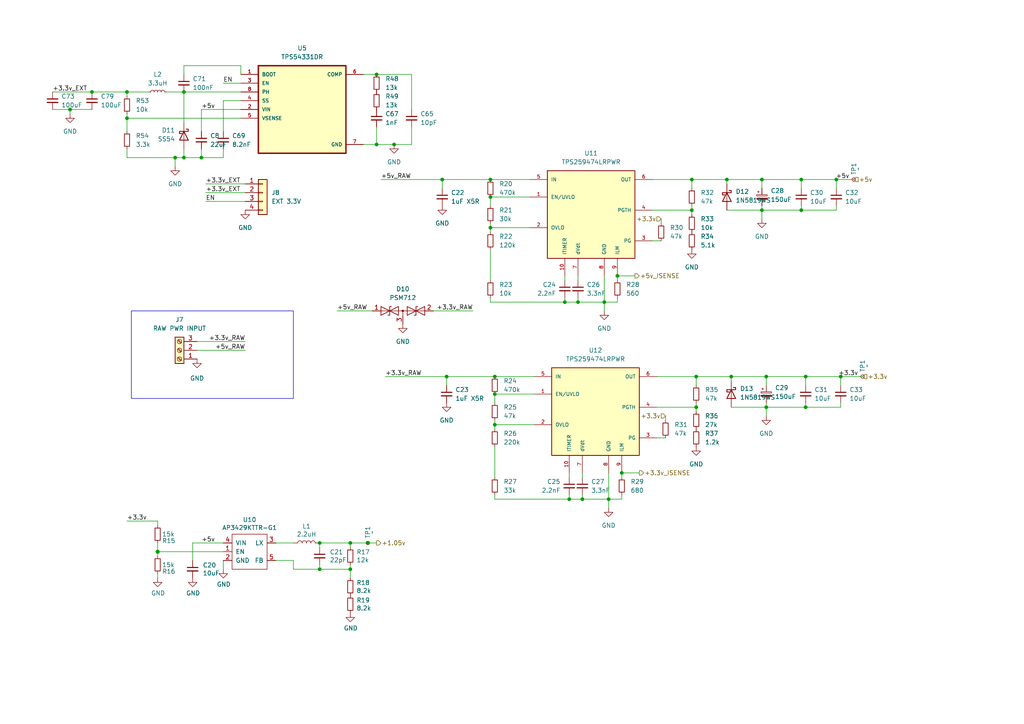
<source format=kicad_sch>
(kicad_sch (version 20230819) (generator eeschema)
  (paper "A4")
  (title_block (title "Carrier Board") (date "2023-12-09") (rev "V3") (company "MUREX Robotics [Byran Huang]") (comment 1 "//DO IT RIGHT,  DO IT MUREX") (comment 2 "// ATTEMPT THE IMPOSSIBLE") (comment 3 "CM4-based ROV (robotics) control board.") (comment 4 "The MUREX Carrier Board is the world's first open-source "))
  (lib_symbols
    (symbol "CM4:AP3429KTTR-G1" (pin_names (offset 1.016))
      (property "Reference" "U" (at -5.08 11.43 0))
      (property "Value" "AP3429KTTR-G1" (at 0 -1.27 0))
      (symbol "AP3429KTTR-G1_0_0"
        (pin input line (at -7.62 5.08 0) (length 2.54) (name "EN") (number "1"))
        (pin power_in line (at -7.62 2.54 0) (length 2.54) (name "GND") (number "2"))
        (pin output line (at 7.62 7.62 180) (length 2.54) (name "LX") (number "3"))
        (pin power_in line (at -7.62 7.62 0) (length 2.54) (name "VIN") (number "4"))
        (pin input line (at 7.62 2.54 180) (length 2.54) (name "FB") (number "5"))
      )
      (symbol "AP3429KTTR-G1_0_1"
        (rectangle (start -5.08 10.16) (end 5.08 0))
      )
    )
    (symbol "Connector:Screw_Terminal_01x03" (pin_names (offset 1.016) hide)
      (property "Reference" "J" (at 0 5.08 0))
      (property "Value" "Screw_Terminal_01x03" (at 0 -5.08 0))
      (symbol "Screw_Terminal_01x03_1_1"
        (rectangle (start -1.27 3.81) (end 1.27 -3.81) (stroke (width 0.254)) (fill (type background)))
        (circle (center 0 -2.54) (radius 0.635) (stroke (width 0.1524)))
        (polyline (pts (xy -0.5334 -2.2098) (xy 0.3302 -3.048)) (stroke (width 0.1524)))
        (polyline (pts (xy -0.5334 0.3302) (xy 0.3302 -0.508)) (stroke (width 0.1524)))
        (polyline (pts (xy -0.5334 2.8702) (xy 0.3302 2.032)) (stroke (width 0.1524)))
        (polyline (pts (xy -0.3556 -2.032) (xy 0.508 -2.8702)) (stroke (width 0.1524)))
        (polyline (pts (xy -0.3556 0.508) (xy 0.508 -0.3302)) (stroke (width 0.1524)))
        (polyline (pts (xy -0.3556 3.048) (xy 0.508 2.2098)) (stroke (width 0.1524)))
        (circle (center 0 0) (radius 0.635) (stroke (width 0.1524)))
        (circle (center 0 2.54) (radius 0.635) (stroke (width 0.1524)))
        (pin passive line (at -5.08 2.54 0) (length 3.81) (name "Pin_1") (number "1"))
        (pin passive line (at -5.08 0 0) (length 3.81) (name "Pin_2") (number "2"))
        (pin passive line (at -5.08 -2.54 0) (length 3.81) (name "Pin_3") (number "3"))
      )
    )
    (symbol "Connector:TestPoint_Small" (pin_numbers hide) (pin_names (offset 0.762) hide)
      (property "Reference" "TP" (at 0 3.81 0))
      (property "Value" "TestPoint_Small" (at 0 2.032 0))
      (symbol "TestPoint_Small_0_1"
        (circle (center 0 0) (radius 0.508))
      )
      (symbol "TestPoint_Small_1_1"
        (pin passive line (at 0 0 90) (length 0) (name "1") (number "1"))
      )
    )
    (symbol "Connector_Generic:Conn_01x04" (pin_names (offset 1.016) hide)
      (property "Reference" "J" (at 0 5.08 0))
      (property "Value" "Conn_01x04" (at 0 -7.62 0))
      (symbol "Conn_01x04_1_1"
        (rectangle (start -1.27 -4.953) (end 0 -5.207) (stroke (width 0.1524)))
        (rectangle (start -1.27 -2.413) (end 0 -2.667) (stroke (width 0.1524)))
        (rectangle (start -1.27 0.127) (end 0 -0.127) (stroke (width 0.1524)))
        (rectangle (start -1.27 2.667) (end 0 2.413) (stroke (width 0.1524)))
        (rectangle (start -1.27 3.81) (end 1.27 -6.35) (stroke (width 0.254)) (fill (type background)))
        (pin passive line (at -5.08 2.54 0) (length 3.81) (name "Pin_1") (number "1"))
        (pin passive line (at -5.08 0 0) (length 3.81) (name "Pin_2") (number "2"))
        (pin passive line (at -5.08 -2.54 0) (length 3.81) (name "Pin_3") (number "3"))
        (pin passive line (at -5.08 -5.08 0) (length 3.81) (name "Pin_4") (number "4"))
      )
    )
    (symbol "Device:C_Polarized_Small" (pin_numbers hide) (pin_names (offset 0.254) hide)
      (property "Reference" "C" (at 0.254 1.778 0))
      (property "Value" "C_Polarized_Small" (at 0.254 -2.032 0))
      (symbol "C_Polarized_Small_0_1"
        (rectangle (start -1.524 -0.3048) (end 1.524 -0.6858) (fill (type outline)))
        (rectangle (start -1.524 0.6858) (end 1.524 0.3048))
        (polyline (pts (xy -1.27 1.524) (xy -0.762 1.524)))
        (polyline (pts (xy -1.016 1.27) (xy -1.016 1.778)))
      )
      (symbol "C_Polarized_Small_1_1"
        (pin passive line (at 0 2.54 270) (length 1.8542) (name "~") (number "1"))
        (pin passive line (at 0 -2.54 90) (length 1.8542) (name "~") (number "2"))
      )
    )
    (symbol "Device:C_Small" (pin_numbers hide) (pin_names (offset 0.254) hide)
      (property "Reference" "C" (at 0.254 1.778 0))
      (property "Value" "C_Small" (at 0.254 -2.032 0))
      (symbol "C_Small_0_1"
        (polyline (pts (xy -1.524 -0.508) (xy 1.524 -0.508)) (stroke (width 0.3302)))
        (polyline (pts (xy -1.524 0.508) (xy 1.524 0.508)) (stroke (width 0.3048)))
      )
      (symbol "C_Small_1_1"
        (pin passive line (at 0 2.54 270) (length 2.032) (name "~") (number "1"))
        (pin passive line (at 0 -2.54 90) (length 2.032) (name "~") (number "2"))
      )
    )
    (symbol "Device:D_Schottky" (pin_numbers hide) (pin_names (offset 1.016) hide)
      (property "Reference" "D" (at 0 2.54 0))
      (property "Value" "D_Schottky" (at 0 -2.54 0))
      (symbol "D_Schottky_0_1"
        (polyline (pts (xy 1.27 0) (xy -1.27 0)))
        (polyline (pts (xy 1.27 1.27) (xy 1.27 -1.27) (xy -1.27 0) (xy 1.27 1.27)) (stroke (width 0.254)))
        (polyline (pts (xy -1.905 0.635) (xy -1.905 1.27) (xy -1.27 1.27) (xy -1.27 -1.27) (xy -0.635 -1.27) (xy -0.635 -0.635)) (stroke (width 0.254)))
      )
      (symbol "D_Schottky_1_1"
        (pin passive line (at -3.81 0 0) (length 2.54) (name "K") (number "1"))
        (pin passive line (at 3.81 0 180) (length 2.54) (name "A") (number "2"))
      )
    )
    (symbol "Device:L" (pin_numbers hide) (pin_names (offset 1.016) hide)
      (property "Reference" "L" (at -1.27 0 90))
      (property "Value" "L" (at 1.905 0 90))
      (symbol "L_0_1"
        (arc (start 0 -2.54) (mid 0.6323 -1.905) (end 0 -1.27))
        (arc (start 0 -1.27) (mid 0.6323 -0.635) (end 0 0))
        (arc (start 0 0) (mid 0.6323 0.635) (end 0 1.27))
        (arc (start 0 1.27) (mid 0.6323 1.905) (end 0 2.54))
      )
      (symbol "L_1_1"
        (pin passive line (at 0 3.81 270) (length 1.27) (name "1") (number "1"))
        (pin passive line (at 0 -3.81 90) (length 1.27) (name "2") (number "2"))
      )
    )
    (symbol "Device:L_Small" (pin_numbers hide) (pin_names (offset 0.254) hide)
      (property "Reference" "L" (at 0.762 1.016 0))
      (property "Value" "L_Small" (at 0.762 -1.016 0))
      (symbol "L_Small_0_1"
        (arc (start 0 -2.032) (mid 0.5058 -1.524) (end 0 -1.016))
        (arc (start 0 -1.016) (mid 0.5058 -0.508) (end 0 0))
        (arc (start 0 0) (mid 0.5058 0.508) (end 0 1.016))
        (arc (start 0 1.016) (mid 0.5058 1.524) (end 0 2.032))
      )
      (symbol "L_Small_1_1"
        (pin passive line (at 0 2.54 270) (length 0.508) (name "~") (number "1"))
        (pin passive line (at 0 -2.54 90) (length 0.508) (name "~") (number "2"))
      )
    )
    (symbol "Device:R_Small" (pin_numbers hide) (pin_names (offset 0.254) hide)
      (property "Reference" "R" (at 0.762 0.508 0))
      (property "Value" "R_Small" (at 0.762 -1.016 0))
      (symbol "R_Small_0_1"
        (rectangle (start -0.762 1.778) (end 0.762 -1.778) (stroke (width 0.2032)))
      )
      (symbol "R_Small_1_1"
        (pin passive line (at 0 2.54 270) (length 0.762) (name "~") (number "1"))
        (pin passive line (at 0 -2.54 90) (length 0.762) (name "~") (number "2"))
      )
    )
    (symbol "Diode:SM712_SOT23" (pin_names (offset 1.016) hide)
      (property "Reference" "D" (at 0 4.445 0))
      (property "Value" "SM712_SOT23" (at 0 2.54 0))
      (symbol "SM712_SOT23_0_0"
        (polyline (pts (xy 0 -1.27) (xy 0 0)))
      )
      (symbol "SM712_SOT23_0_1"
        (polyline (pts (xy -6.35 0) (xy 6.35 0)))
        (polyline (pts (xy -3.302 1.27) (xy -3.81 1.27) (xy -3.81 -1.27) (xy -4.318 -1.27)) (stroke (width 0.2032)))
        (polyline (pts (xy 4.318 1.27) (xy 3.81 1.27) (xy 3.81 -1.27) (xy 3.302 -1.27)) (stroke (width 0.2032)))
        (polyline (pts (xy -6.35 -1.27) (xy -1.27 1.27) (xy -1.27 -1.27) (xy -6.35 1.27) (xy -6.35 -1.27)) (stroke (width 0.2032)))
        (polyline (pts (xy 1.27 -1.27) (xy 1.27 1.27) (xy 6.35 -1.27) (xy 6.35 1.27) (xy 1.27 -1.27)) (stroke (width 0.2032)))
        (circle (center 0 0) (radius 0.254) (fill (type outline)))
      )
      (symbol "SM712_SOT23_1_1"
        (pin passive line (at -8.89 0 0) (length 2.54) (name "A1") (number "1"))
        (pin passive line (at 8.89 0 180) (length 2.54) (name "A2") (number "2"))
        (pin input line (at 0 -3.81 90) (length 2.54) (name "common") (number "3"))
      )
    )
    (symbol "TPS259474ARPWR:TPS259474ARPWR" (pin_names (offset 1.016))
      (property "Reference" "U" (at -12.7 13.462 0))
      (property "Value" "TPS259474ARPWR" (at -12.7 -13.462 0))
      (symbol "TPS259474ARPWR_0_0"
        (rectangle (start -12.7 -12.7) (end 12.7 12.7) (stroke (width 0.254)) (fill (type background)))
        (pin input line (at -17.78 5.08 0) (length 5.08) (name "EN/UVLO") (number "1"))
        (pin output line (at -7.62 -17.78 90) (length 5.08) (name "ITIMER") (number "10"))
        (pin input line (at -17.78 -3.81 0) (length 5.08) (name "OVLO") (number "2"))
        (pin output line (at 17.78 -7.62 180) (length 5.08) (name "PG") (number "3"))
        (pin input line (at 17.78 1.27 180) (length 5.08) (name "PGTH") (number "4"))
        (pin input line (at -17.78 10.16 0) (length 5.08) (name "IN") (number "5"))
        (pin output line (at 17.78 10.16 180) (length 5.08) (name "OUT") (number "6"))
        (pin power_in line (at 3.81 -17.78 90) (length 5.08) (name "GND") (number "8"))
        (pin output line (at 7.62 -17.78 90) (length 5.08) (name "ILM") (number "9"))
      )
      (symbol "TPS259474ARPWR_1_0"
        (pin output line (at -3.81 -17.78 90) (length 5.08) (name "dVdt") (number "7"))
      )
    )
    (symbol "TPS54331:TPS54331DR" (pin_names (offset 1.016))
      (property "Reference" "U" (at -12.7 13.7 0))
      (property "Value" "TPS54331DR" (at -12.7 -16.7 0))
      (symbol "TPS54331DR_0_0"
        (rectangle (start -12.7 -12.7) (end 12.7 12.7) (stroke (width 0.41)) (fill (type background)))
        (pin input line (at -17.78 10.16 0) (length 5.08) (name "BOOT") (number "1"))
        (pin input line (at -17.78 0 0) (length 5.08) (name "VIN") (number "2"))
        (pin input line (at -17.78 7.62 0) (length 5.08) (name "EN") (number "3"))
        (pin input line (at -17.78 2.54 0) (length 5.08) (name "SS") (number "4"))
        (pin input line (at -17.78 -2.54 0) (length 5.08) (name "VSENSE") (number "5"))
        (pin output line (at 17.78 10.16 180) (length 5.08) (name "COMP") (number "6"))
        (pin power_in line (at 17.78 -10.16 180) (length 5.08) (name "GND") (number "7"))
        (pin input line (at -17.78 5.08 0) (length 5.08) (name "PH") (number "8"))
      )
    )
    (symbol "power:GND" (power) (pin_names (offset 0))
      (property "Value" "GND" (at 0 -3.81 0))
      (symbol "GND_0_1"
        (polyline (pts (xy 0 0) (xy 0 -1.27) (xy 1.27 -1.27) (xy 0 -2.54) (xy -1.27 -1.27) (xy 0 -1.27)))
      )
      (symbol "GND_1_1"
        (pin power_in line (at 0 0 270) (length 0) hide (name "GND") (number "1"))
      )
    )
  )
  (junction (at 179.07 80.01))
  (junction (at 143.51 109.22))
  (junction (at 242.57 52.07))
  (junction (at 142.24 66.04))
  (junction (at 233.68 109.22))
  (junction (at 168.91 144.78))
  (junction (at 201.93 118.11))
  (junction (at 142.24 57.15))
  (junction (at 36.83 26.67))
  (junction (at 109.22 41.91))
  (junction (at 243.84 109.22))
  (junction (at 180.34 137.16))
  (junction (at 163.83 87.63))
  (junction (at 128.27 52.07))
  (junction (at 220.98 60.96))
  (junction (at 143.51 114.3))
  (junction (at 201.93 109.22))
  (junction (at 212.09 109.22))
  (junction (at 165.1 144.78))
  (junction (at 233.68 118.11))
  (junction (at 58.42 45.72))
  (junction (at 167.64 87.63))
  (junction (at 210.82 52.07))
  (junction (at 45.72 160.02) (diameter 1.016))
  (junction (at 53.34 26.67))
  (junction (at 101.6 165.1))
  (junction (at 176.53 144.78))
  (junction (at 92.71 157.48))
  (junction (at 222.25 118.11))
  (junction (at 129.54 109.22))
  (junction (at 143.51 123.19))
  (junction (at 222.25 109.22))
  (junction (at 175.26 87.63))
  (junction (at 232.41 52.07))
  (junction (at 109.22 21.59))
  (junction (at 50.8 45.72))
  (junction (at 26.67 26.67))
  (junction (at 36.83 34.29))
  (junction (at 106.68 157.48))
  (junction (at 142.24 52.07))
  (junction (at 92.71 165.1))
  (junction (at 20.32 31.75))
  (junction (at 200.66 60.96))
  (junction (at 232.41 60.96))
  (junction (at 114.3 41.91))
  (junction (at 53.34 45.72))
  (junction (at 220.98 52.07))
  (junction (at 101.6 157.48))
  (junction (at 200.66 52.07))
  (wire (pts (xy 53.34 35.56) (xy 53.34 26.67)))
  (wire (pts (xy 111.76 109.22) (xy 129.54 109.22)))
  (wire (pts (xy 143.51 123.19) (xy 154.94 123.19)))
  (wire (pts (xy 57.15 101.6) (xy 71.12 101.6)))
  (wire (pts (xy 232.41 52.07) (xy 242.57 52.07)))
  (wire (pts (xy 109.22 21.59) (xy 119.38 21.59)))
  (wire (pts (xy 167.64 87.63) (xy 175.26 87.63)))
  (wire (pts (xy 201.93 109.22) (xy 212.09 109.22)))
  (wire (pts (xy 243.84 116.84) (xy 243.84 118.11)))
  (wire (pts (xy 180.34 138.43) (xy 180.34 137.16)))
  (wire (pts (xy 232.41 60.96) (xy 242.57 60.96)))
  (wire (pts (xy 212.09 109.22) (xy 222.25 109.22)))
  (wire (pts (xy 232.41 54.61) (xy 232.41 52.07)))
  (wire (pts (xy 101.6 163.83) (xy 101.6 165.1)))
  (wire (pts (xy 85.09 165.1) (xy 92.71 165.1)))
  (wire (pts (xy 101.6 157.48) (xy 101.6 158.75)))
  (wire (pts (xy 36.83 43.18) (xy 36.83 45.72)))
  (wire (pts (xy 15.24 31.75) (xy 20.32 31.75)))
  (wire (pts (xy 190.5 118.11) (xy 201.93 118.11)))
  (wire (pts (xy 36.83 26.67) (xy 43.18 26.67)))
  (wire (pts (xy 232.41 60.96) (xy 232.41 59.69)))
  (wire (pts (xy 193.04 120.65) (xy 193.04 121.92)))
  (wire (pts (xy 101.6 157.48) (xy 106.68 157.48)))
  (wire (pts (xy 45.72 160.02) (xy 64.77 160.02)))
  (wire (pts (xy 193.04 127) (xy 190.5 127)))
  (wire (pts (xy 69.85 29.21) (xy 64.77 29.21)))
  (wire (pts (xy 97.79 90.17) (xy 107.95 90.17)))
  (wire (pts (xy 243.84 109.22) (xy 243.84 111.76)))
  (wire (pts (xy 53.34 19.05) (xy 69.85 19.05)))
  (wire (pts (xy 64.77 24.13) (xy 69.85 24.13)))
  (wire (pts (xy 45.72 166.37) (xy 45.72 167.64)))
  (wire (pts (xy 222.25 118.11) (xy 222.25 120.65)))
  (wire (pts (xy 45.72 151.13) (xy 45.72 152.4)))
  (wire (pts (xy 165.1 144.78) (xy 165.1 143.51)))
  (wire (pts (xy 92.71 157.48) (xy 92.71 158.75)))
  (wire (pts (xy 20.32 31.75) (xy 26.67 31.75)))
  (wire (pts (xy 53.34 19.05) (xy 53.34 21.59)))
  (wire (pts (xy 20.32 31.75) (xy 20.32 33.02)))
  (wire (pts (xy 80.01 157.48) (xy 85.09 157.48)))
  (wire (pts (xy 220.98 60.96) (xy 232.41 60.96)))
  (wire (pts (xy 142.24 52.07) (xy 153.67 52.07)))
  (wire (pts (xy 143.51 121.92) (xy 143.51 123.19)))
  (wire (pts (xy 142.24 87.63) (xy 163.83 87.63)))
  (wire (pts (xy 163.83 87.63) (xy 163.83 86.36)))
  (wire (pts (xy 143.51 114.3) (xy 154.94 114.3)))
  (wire (pts (xy 143.51 144.78) (xy 143.51 143.51)))
  (wire (pts (xy 176.53 147.32) (xy 176.53 144.78)))
  (wire (pts (xy 201.93 119.38) (xy 201.93 118.11)))
  (wire (pts (xy 200.66 52.07) (xy 210.82 52.07)))
  (wire (pts (xy 210.82 52.07) (xy 220.98 52.07)))
  (wire (pts (xy 58.42 45.72) (xy 58.42 43.18)))
  (wire (pts (xy 53.34 26.67) (xy 69.85 26.67)))
  (wire (pts (xy 189.23 52.07) (xy 200.66 52.07)))
  (wire (pts (xy 175.26 90.17) (xy 175.26 87.63)))
  (wire (pts (xy 190.5 109.22) (xy 201.93 109.22)))
  (wire (pts (xy 64.77 29.21) (xy 64.77 38.1)))
  (wire (pts (xy 168.91 138.43) (xy 168.91 137.16)))
  (wire (pts (xy 142.24 64.77) (xy 142.24 66.04)))
  (wire (pts (xy 179.07 87.63) (xy 179.07 86.36)))
  (wire (pts (xy 220.98 60.96) (xy 220.98 63.5)))
  (wire (pts (xy 69.85 19.05) (xy 69.85 21.59)))
  (wire (pts (xy 15.24 26.67) (xy 26.67 26.67)))
  (wire (pts (xy 142.24 87.63) (xy 142.24 86.36)))
  (wire (pts (xy 243.84 118.11) (xy 233.68 118.11)))
  (wire (pts (xy 110.49 52.07) (xy 128.27 52.07)))
  (wire (pts (xy 200.66 62.23) (xy 200.66 60.96)))
  (wire (pts (xy 167.64 81.28) (xy 167.64 80.01)))
  (wire (pts (xy 50.8 48.26) (xy 50.8 45.72)))
  (wire (pts (xy 45.72 160.02) (xy 45.72 161.29)))
  (wire (pts (xy 200.66 59.69) (xy 200.66 60.96)))
  (wire (pts (xy 222.25 109.22) (xy 222.25 111.76)))
  (wire (pts (xy 129.54 111.76) (xy 129.54 109.22)))
  (wire (pts (xy 210.82 52.07) (xy 210.82 53.34)))
  (wire (pts (xy 53.34 45.72) (xy 53.34 43.18)))
  (wire (pts (xy 201.93 111.76) (xy 201.93 109.22)))
  (wire (pts (xy 58.42 31.75) (xy 69.85 31.75)))
  (wire (pts (xy 105.41 21.59) (xy 109.22 21.59)))
  (wire (pts (xy 119.38 36.83) (xy 119.38 41.91)))
  (wire (pts (xy 142.24 66.04) (xy 142.24 67.31)))
  (wire (pts (xy 165.1 138.43) (xy 165.1 137.16)))
  (wire (pts (xy 175.26 87.63) (xy 179.07 87.63)))
  (wire (pts (xy 80.01 162.56) (xy 85.09 162.56)))
  (wire (pts (xy 64.77 162.56) (xy 64.77 165.1)))
  (wire (pts (xy 191.77 69.85) (xy 189.23 69.85)))
  (wire (pts (xy 36.83 38.1) (xy 36.83 34.29)))
  (wire (pts (xy 191.77 63.5) (xy 191.77 64.77)))
  (wire (pts (xy 59.69 53.34) (xy 71.12 53.34)))
  (wire (pts (xy 242.57 52.07) (xy 247.65 52.07)))
  (wire (pts (xy 128.27 54.61) (xy 128.27 52.07)))
  (wire (pts (xy 220.98 60.96) (xy 220.98 59.69)))
  (wire (pts (xy 210.82 60.96) (xy 220.98 60.96)))
  (wire (pts (xy 109.22 41.91) (xy 114.3 41.91)))
  (wire (pts (xy 176.53 144.78) (xy 180.34 144.78)))
  (wire (pts (xy 58.42 38.1) (xy 58.42 31.75)))
  (wire (pts (xy 101.6 165.1) (xy 101.6 167.64)))
  (wire (pts (xy 129.54 109.22) (xy 143.51 109.22)))
  (wire (pts (xy 201.93 116.84) (xy 201.93 118.11)))
  (wire (pts (xy 143.51 114.3) (xy 143.51 116.84)))
  (wire (pts (xy 50.8 45.72) (xy 53.34 45.72)))
  (wire (pts (xy 165.1 144.78) (xy 168.91 144.78)))
  (wire (pts (xy 233.68 116.84) (xy 233.68 118.11)))
  (wire (pts (xy 212.09 118.11) (xy 222.25 118.11)))
  (wire (pts (xy 85.09 162.56) (xy 85.09 165.1)))
  (wire (pts (xy 92.71 165.1) (xy 101.6 165.1)))
  (wire (pts (xy 36.83 34.29) (xy 69.85 34.29)))
  (wire (pts (xy 106.68 157.48) (xy 109.22 157.48)))
  (wire (pts (xy 53.34 45.72) (xy 58.42 45.72)))
  (wire (pts (xy 55.88 157.48) (xy 64.77 157.48)))
  (wire (pts (xy 92.71 157.48) (xy 101.6 157.48)))
  (wire (pts (xy 55.88 157.48) (xy 55.88 162.56)))
  (wire (pts (xy 109.22 36.83) (xy 109.22 41.91)))
  (wire (pts (xy 212.09 109.22) (xy 212.09 110.49)))
  (wire (pts (xy 179.07 80.01) (xy 184.15 80.01)))
  (wire (pts (xy 36.83 33.02) (xy 36.83 34.29)))
  (wire (pts (xy 143.51 123.19) (xy 143.51 124.46)))
  (wire (pts (xy 189.23 60.96) (xy 200.66 60.96)))
  (wire (pts (xy 233.68 109.22) (xy 243.84 109.22)))
  (wire (pts (xy 179.07 81.28) (xy 179.07 80.01)))
  (wire (pts (xy 143.51 129.54) (xy 143.51 138.43)))
  (wire (pts (xy 36.83 27.94) (xy 36.83 26.67)))
  (wire (pts (xy 243.84 109.22) (xy 250.19 109.22)))
  (wire (pts (xy 57.15 99.06) (xy 71.12 99.06)))
  (wire (pts (xy 163.83 81.28) (xy 163.83 80.01)))
  (wire (pts (xy 142.24 57.15) (xy 153.67 57.15)))
  (wire (pts (xy 143.51 144.78) (xy 165.1 144.78)))
  (wire (pts (xy 222.25 109.22) (xy 233.68 109.22)))
  (wire (pts (xy 125.73 90.17) (xy 137.16 90.17)))
  (wire (pts (xy 142.24 57.15) (xy 142.24 59.69)))
  (wire (pts (xy 114.3 41.91) (xy 119.38 41.91)))
  (wire (pts (xy 242.57 52.07) (xy 242.57 54.61)))
  (wire (pts (xy 105.41 41.91) (xy 109.22 41.91)))
  (wire (pts (xy 36.83 151.13) (xy 45.72 151.13)))
  (wire (pts (xy 180.34 144.78) (xy 180.34 143.51)))
  (wire (pts (xy 167.64 87.63) (xy 167.64 86.36)))
  (wire (pts (xy 48.26 26.67) (xy 53.34 26.67)))
  (wire (pts (xy 142.24 66.04) (xy 153.67 66.04)))
  (wire (pts (xy 175.26 80.01) (xy 175.26 87.63)))
  (wire (pts (xy 222.25 118.11) (xy 222.25 116.84)))
  (wire (pts (xy 59.69 55.88) (xy 71.12 55.88)))
  (wire (pts (xy 168.91 144.78) (xy 176.53 144.78)))
  (wire (pts (xy 180.34 137.16) (xy 185.42 137.16)))
  (wire (pts (xy 119.38 21.59) (xy 119.38 31.75)))
  (wire (pts (xy 176.53 137.16) (xy 176.53 144.78)))
  (wire (pts (xy 36.83 45.72) (xy 50.8 45.72)))
  (wire (pts (xy 163.83 87.63) (xy 167.64 87.63)))
  (wire (pts (xy 92.71 163.83) (xy 92.71 165.1)))
  (wire (pts (xy 128.27 52.07) (xy 142.24 52.07)))
  (wire (pts (xy 233.68 118.11) (xy 222.25 118.11)))
  (wire (pts (xy 45.72 157.48) (xy 45.72 160.02)))
  (wire (pts (xy 242.57 59.69) (xy 242.57 60.96)))
  (wire (pts (xy 64.77 45.72) (xy 64.77 43.18)))
  (wire (pts (xy 143.51 109.22) (xy 154.94 109.22)))
  (wire (pts (xy 233.68 109.22) (xy 233.68 111.76)))
  (wire (pts (xy 58.42 45.72) (xy 64.77 45.72)))
  (wire (pts (xy 142.24 72.39) (xy 142.24 81.28)))
  (wire (pts (xy 200.66 54.61) (xy 200.66 52.07)))
  (wire (pts (xy 26.67 26.67) (xy 36.83 26.67)))
  (wire (pts (xy 168.91 144.78) (xy 168.91 143.51)))
  (wire (pts (xy 220.98 52.07) (xy 232.41 52.07)))
  (wire (pts (xy 220.98 52.07) (xy 220.98 54.61)))
  (wire (pts (xy 59.69 58.42) (xy 71.12 58.42)))
  (rectangle (start 38.1 90.17) (end 85.09 115.57))
  (label "+3.3v" (at 248.92 109.22 180))
  (label "+5v" (at 246.38 52.07 180))
  (label "+3.3v_EXT" (at 59.69 55.88 0))
  (label "+5v_RAW" (at 110.49 52.07 0))
  (label "+3.3v_RAW" (at 137.16 90.17 180))
  (label "+5v_RAW" (at 97.79 90.17 0))
  (label "+5v" (at 58.42 157.48 0))
  (label "+5v_RAW" (at 71.12 101.6 180))
  (label "+3.3v_EXT" (at 15.24 26.67 0))
  (label "+5v" (at 58.42 31.75 0))
  (label "+3.3v" (at 36.83 151.13 0))
  (label "+3.3v_RAW" (at 111.76 109.22 0))
  (label "EN" (at 59.69 58.42 0))
  (label "EN" (at 64.77 24.13 0))
  (label "+3.3v_EXT" (at 59.69 53.34 0))
  (label "+3.3v_RAW" (at 71.12 99.06 180))
  (hierarchical_label "+5v" (shape input) (at 247.65 52.07 0))
  (hierarchical_label "+3.3v" (shape input) (at 193.04 120.65 180))
  (hierarchical_label "+1.05v" (shape output) (at 109.22 157.48 0))
  (hierarchical_label "+3.3v" (shape input) (at 191.77 63.5 180))
  (hierarchical_label "+5v_ISENSE" (shape output) (at 184.15 80.01 0))
  (hierarchical_label "+3.3v" (shape input) (at 250.19 109.22 0))
  (hierarchical_label "+3.3v_ISENSE" (shape output) (at 185.42 137.16 0))
  (symbol (lib_id "Device:L_Small") (at 45.72 26.67 90) (unit 1)
    (property "Reference" "L2" (at 45.72 21.59 90))
    (property "Value" "3.3uH" (at 45.72 24.13 90))
    (property "Footprint" "Inductor_SMD:L_Vishay_IHLP-1616" (effects hide))
    (property "Description" "Inductor, small symbol" (effects hide))
  )
  (symbol (lib_id "Device:R_Small") (at 200.66 64.77 0) (unit 1)
    (property "Reference" "R33" (at 203.2 63.4999 0) (effects (justify left)))
    (property "Value" "10k" (at 203.2 66.0399 0) (effects (justify left)))
    (property "Footprint" "Resistor_SMD:R_0402_1005Metric" (effects hide))
    (property "Description" "Resistor, small symbol" (effects hide))
  )
  (symbol (lib_id "TPS54331:TPS54331DR") (at 87.63 31.75 0) (unit 1)
    (property "Reference" "U5" (at 87.63 13.97 0))
    (property "Value" "TPS54331DR" (at 87.63 16.51 0))
    (property "Footprint" "TPS54331DR:SOIC127P599X175-8N" (effects hide))
    (property "MF" "Texas Instruments" (effects hide))
    (property "Description_1" "\n3.5V to 28V Input, 3A, 570kHz Step-Down Converter with Eco-mode\n" (effects hide))
    (property "Package" "SOIC-8 Texas Instruments" (effects hide))
    (property "Price" "None" (effects hide))
    (property "SnapEDA_Link" "https://www.snapeda.com/parts/TPS54331DR/Texas+Instruments/view-part/?ref=snap" (effects hide))
    (property "MP" "TPS54331DR" (effects hide))
    (property "Purchase-URL" "https://www.snapeda.com/api/url_track_click_mouser/?unipart_id=490779&manufacturer=Texas Instruments&part_name=TPS54331DR&search_term=tps54331dr" (effects hide))
    (property "Availability" "In Stock" (effects hide))
    (property "Check_prices" "https://www.snapeda.com/parts/TPS54331DR/Texas+Instruments/view-part/?ref=eda" (effects hide))
  )
  (symbol (lib_id "Device:R_Small") (at 45.72 154.94 0) (unit 1)
    (property "Reference" "R15" (at 46.99 156.845 0) (effects (justify left)))
    (property "Value" "15k" (at 46.99 154.94 0) (effects (justify left)))
    (property "Footprint" "Resistor_SMD:R_0402_1005Metric" (effects hide))
    (property "Description" "Resistor, small symbol" (effects hide))
    (property "Field4" "Farnell" (effects hide))
    (property "Field5" "9239375" (effects hide))
    (property "Field6" "MCR01MZPF1502" (effects hide))
    (property "Field7" "Rohm" (effects hide))
    (property "Part Description" "Resistor 15K M1005 1% 63mW" (effects hide))
    (property "Field8" "120891581" (effects hide))
    (instances (project "carrier" (path "" (reference "R15") (unit 1))) (project "CM4IOUSB3" (path "" (reference "R12") (unit 1))))
  )
  (symbol (lib_id "Device:C_Small") (at 167.64 83.82 0) (unit 1)
    (property "Reference" "C26" (at 170.18 82.5562 0) (effects (justify left)))
    (property "Value" "3.3nF" (at 170.18 85.0962 0) (effects (justify left)))
    (property "Footprint" "Capacitor_SMD:C_0603_1608Metric" (effects hide))
    (property "Description" "Unpolarized capacitor, small symbol" (effects hide))
  )
  (symbol (lib_id "Device:R_Small") (at 142.24 62.23 0) (unit 1)
    (property "Reference" "R21" (at 144.78 60.9599 0) (effects (justify left)))
    (property "Value" "30k" (at 144.78 63.4999 0) (effects (justify left)))
    (property "Footprint" "Resistor_SMD:R_0603_1608Metric" (effects hide))
    (property "Description" "Resistor, small symbol" (effects hide))
  )
  (symbol (lib_id "Device:R_Small") (at 143.51 119.38 0) (unit 1)
    (property "Reference" "R25" (at 146.05 118.1099 0) (effects (justify left)))
    (property "Value" "47k" (at 146.05 120.6499 0) (effects (justify left)))
    (property "Footprint" "Resistor_SMD:R_0402_1005Metric" (effects hide))
    (property "Description" "Resistor, small symbol" (effects hide))
  )
  (symbol (lib_id "power:GND") (at 128.27 59.69 0) (unit 1)
    (property "Reference" "#PWR047" (effects hide))
    (property "Value" "GND" (at 128.27 64.77 0))
    (property "Description" "Power symbol creates a global label with name \"GND\" , ground" (effects hide))
  )
  (symbol (lib_id "Device:R_Small") (at 142.24 69.85 0) (unit 1)
    (property "Reference" "R22" (at 144.78 68.5799 0) (effects (justify left)))
    (property "Value" "120k" (at 144.78 71.1199 0) (effects (justify left)))
    (property "Footprint" "Resistor_SMD:R_0603_1608Metric" (effects hide))
    (property "Description" "Resistor, small symbol" (effects hide))
  )
  (symbol (lib_id "power:GND") (at 200.66 72.39 0) (unit 1)
    (property "Reference" "#PWR051" (effects hide))
    (property "Value" "GND" (at 200.66 77.47 0))
    (property "Description" "Power symbol creates a global label with name \"GND\" , ground" (effects hide))
  )
  (symbol (lib_id "Device:D_Schottky") (at 53.34 39.37 270) (unit 1)
    (property "Reference" "D11" (at 50.8 37.7824 90) (effects (justify right)))
    (property "Value" "SS54" (at 50.8 40.3224 90) (effects (justify right)))
    (property "Footprint" "Diode_SMD:D_SMA" (effects hide))
    (property "Description" "Schottky diode" (effects hide))
  )
  (symbol (lib_id "power:GND") (at 175.26 90.17 0) (unit 1)
    (property "Reference" "#PWR049" (effects hide))
    (property "Value" "GND" (at 175.26 95.25 0))
    (property "Description" "Power symbol creates a global label with name \"GND\" , ground" (effects hide))
  )
  (symbol (lib_id "power:GND") (at 55.88 167.64 0) (unit 1)
    (property "Reference" "#PWR044" (effects hide))
    (property "Value" "GND" (at 56.007 172.0342 0))
    (instances (project "carrier" (path "" (reference "#PWR044") (unit 1))) (project "CM4IOUSB3" (path "" (reference "#PWR0121") (unit 1))))
  )
  (symbol (lib_id "Device:D_Schottky") (at 212.09 114.3 270) (unit 1)
    (property "Reference" "D13" (at 214.63 112.7124 90) (effects (justify left)))
    (property "Value" "1N5819WS" (at 214.63 115.2524 90) (effects (justify left)))
    (property "Footprint" "Diode_SMD:D_SOD-323" (effects hide))
    (property "Description" "Schottky diode" (effects hide))
  )
  (symbol (lib_id "Device:R_Small") (at 191.77 67.31 0) (unit 1)
    (property "Reference" "R30" (at 194.31 66.0399 0) (effects (justify left)))
    (property "Value" "47k" (at 194.31 68.5799 0) (effects (justify left)))
    (property "Footprint" "Resistor_SMD:R_0402_1005Metric" (effects hide))
    (property "Description" "Resistor, small symbol" (effects hide))
  )
  (symbol (lib_id "Device:D_Schottky") (at 210.82 57.15 270) (unit 1)
    (property "Reference" "D12" (at 213.36 55.5624 90) (effects (justify left)))
    (property "Value" "1N5819WS" (at 213.36 58.1024 90) (effects (justify left)))
    (property "Footprint" "Diode_SMD:D_SOD-323" (effects hide))
    (property "Description" "Schottky diode" (effects hide))
  )
  (symbol (lib_id "Device:R_Small") (at 109.22 24.13 0) (unit 1)
    (property "Reference" "R48" (at 111.76 22.8599 0) (effects (justify left)))
    (property "Value" "13k" (at 111.76 25.3999 0) (effects (justify left)))
    (property "Footprint" "Resistor_SMD:R_0603_1608Metric" (effects hide))
    (property "Description" "Resistor, small symbol" (effects hide))
  )
  (symbol (lib_id "Diode:SM712_SOT23") (at 116.84 90.17 0) (unit 1)
    (property "Reference" "D10" (at 116.84 83.82 0))
    (property "Value" "PSM712" (at 116.84 86.36 0))
    (property "Footprint" "Package_TO_SOT_SMD:SOT-23" (effects hide))
    (property "Datasheet" "https://www.littelfuse.com/~/media/electronics/datasheets/tvs_diode_arrays/littelfuse_tvs_diode_array_sm712_datasheet.pdf.pdf" (effects hide))
    (property "Description" "7V/12V, 600W Asymmetrical TVS Diode Array, SOT-23" (effects hide))
  )
  (symbol (lib_id "Device:R_Small") (at 201.93 114.3 0) (unit 1)
    (property "Reference" "R35" (at 204.47 113.0299 0) (effects (justify left)))
    (property "Value" "47k" (at 204.47 115.5699 0) (effects (justify left)))
    (property "Footprint" "Resistor_SMD:R_0402_1005Metric" (effects hide))
    (property "Description" "Resistor, small symbol" (effects hide))
  )
  (symbol (lib_id "power:GND") (at 114.3 41.91 0) (unit 1)
    (property "Reference" "#PWR072" (effects hide))
    (property "Value" "GND" (at 114.3 46.99 0))
    (property "Description" "Power symbol creates a global label with name \"GND\" , ground" (effects hide))
  )
  (symbol (lib_id "Device:L") (at 88.9 157.48 90) (unit 1)
    (property "Reference" "L1" (at 88.9 152.654 90))
    (property "Value" "2.2uH" (at 88.9 154.9654 90))
    (property "Footprint" "Inductor_SMD:L_1008_2520Metric" (effects hide))
    (property "Datasheet" "https://www.bourns.com/data/global/pdfs/SRN2512.pdf" (effects hide))
    (property "Field6" "SRN2512-2R2M" (effects hide))
    (property "Field7" "Bourns" (effects hide))
    (property "Part Description" "Inductor, SMT, 2520, 2u2, IRMS=2.3A, ISAT=2.7A, DCR=0.102R" (effects hide))
    (instances (project "carrier" (path "" (reference "L1") (unit 1))) (project "CM4IOUSB3" (path "" (reference "L2") (unit 1))))
  )
  (symbol (lib_id "power:GND") (at 57.15 104.14 0) (unit 1)
    (property "Reference" "#PWR043" (effects hide))
    (property "Value" "GND" (at 57.15 109.728 0))
  )
  (symbol (lib_id "Device:R_Small") (at 36.83 30.48 0) (unit 1)
    (property "Reference" "R53" (at 39.37 29.2099 0) (effects (justify left)))
    (property "Value" "10k" (at 39.37 31.7499 0) (effects (justify left)))
    (property "Footprint" "Resistor_SMD:R_0402_1005Metric" (effects hide))
    (property "Description" "Resistor, small symbol" (effects hide))
  )
  (symbol (lib_id "TPS259474ARPWR:TPS259474ARPWR") (at 172.72 119.38 0) (unit 1)
    (property "Reference" "U12" (at 172.72 101.6 0))
    (property "Value" "TPS259474LRPWR" (at 172.72 104.14 0))
    (property "Footprint" "TPS259474:TPS259474" (effects hide))
    (property "DigiKey_Part_Number" "296-TPS259474ARPWRTR-ND" (effects hide))
    (property "MF" "Texas Instruments" (effects hide))
    (property "MAXIMUM_PACKAGE_HEIGHT" "1.0 mm" (effects hide))
    (property "Package" "VFQFN-10 Texas Instruments" (effects hide))
    (property "Check_prices" "https://www.snapeda.com/parts/TPS259474ARPWR/Texas+Instruments/view-part/?ref=eda" (effects hide))
    (property "STANDARD" "Manufacturer Recommendations" (effects hide))
    (property "PARTREV" "A" (effects hide))
    (property "SnapEDA_Link" "https://www.snapeda.com/parts/TPS259474ARPWR/Texas+Instruments/view-part/?ref=snap" (effects hide))
    (property "MP" "TPS259474ARPWR" (effects hide))
    (property "Purchase-URL" "https://www.snapeda.com/api/url_track_click_mouser/?unipart_id=5832748&manufacturer=Texas Instruments&part_name=TPS259474ARPWR&search_term=tps25947" (effects hide))
    (property "Description_1" "\n2.7-V to 23-V, 28-mΩ, 5.5-A eFuse with integrated reverse polarity protection\n" (effects hide))
    (property "MANUFACTURER" "Texas Instruments" (effects hide))
  )
  (symbol (lib_id "Device:R_Small") (at 109.22 29.21 0) (unit 1)
    (property "Reference" "R49" (at 111.76 27.9399 0) (effects (justify left)))
    (property "Value" "13k" (at 111.76 30.4799 0) (effects (justify left)))
    (property "Footprint" "Resistor_SMD:R_0603_1608Metric" (effects hide))
    (property "Description" "Resistor, small symbol" (effects hide))
  )
  (symbol (lib_id "Device:R_Small") (at 200.66 69.85 0) (unit 1)
    (property "Reference" "R34" (at 203.2 68.5799 0) (effects (justify left)))
    (property "Value" "5.1k" (at 203.2 71.1199 0) (effects (justify left)))
    (property "Footprint" "Resistor_SMD:R_0402_1005Metric" (effects hide))
    (property "Description" "Resistor, small symbol" (effects hide))
  )
  (symbol (lib_id "Device:R_Small") (at 143.51 111.76 0) (unit 1)
    (property "Reference" "R24" (at 146.05 110.4899 0) (effects (justify left)))
    (property "Value" "470k" (at 146.05 113.0299 0) (effects (justify left)))
    (property "Footprint" "Resistor_SMD:R_0603_1608Metric" (effects hide))
    (property "Description" "Resistor, small symbol" (effects hide))
  )
  (symbol (lib_id "Device:C_Small") (at 26.67 29.21 0) (unit 1)
    (property "Reference" "C79" (at 29.21 27.9462 0) (effects (justify left)))
    (property "Value" "100uF" (at 29.21 30.4862 0) (effects (justify left)))
    (property "Footprint" "Capacitor_SMD:C_1206_3216Metric" (effects hide))
    (property "Description" "Unpolarized capacitor, small symbol" (effects hide))
  )
  (symbol (lib_id "Connector:Screw_Terminal_01x03") (at 52.07 101.6 180) (unit 1)
    (property "Reference" "J7" (at 52.07 92.71 0))
    (property "Value" "RAW PWR INPUT" (at 52.07 95.25 0))
    (property "Footprint" "TerminalBlock:TerminalBlock_bornier-3_P5.08mm" (effects hide))
    (property "Description" "Generic screw terminal, single row, 01x03, script generated (kicad-library-utils/schlib/autogen/connector/)" (effects hide))
  )
  (symbol (lib_id "power:GND") (at 50.8 48.26 0) (unit 1)
    (property "Reference" "#PWR036" (effects hide))
    (property "Value" "GND" (at 50.8 53.34 0))
    (property "Description" "Power symbol creates a global label with name \"GND\" , ground" (effects hide))
  )
  (symbol (lib_id "Device:C_Small") (at 15.24 29.21 0) (unit 1)
    (property "Reference" "C73" (at 17.78 27.9462 0) (effects (justify left)))
    (property "Value" "100uF" (at 17.78 30.4862 0) (effects (justify left)))
    (property "Footprint" "Capacitor_SMD:C_1206_3216Metric" (effects hide))
    (property "Description" "Unpolarized capacitor, small symbol" (effects hide))
  )
  (symbol (lib_id "Connector:TestPoint_Small") (at 106.68 157.48 90) (unit 1)
    (property "Reference" "TP1" (at 106.68 156.21 0) (effects (justify left)))
    (property "Value" "~" (at 107.95 154.94 0) (effects (justify left)))
    (property "Footprint" "TestPoint:TestPoint_Pad_D1.5mm" (effects hide))
    (instances (project "carrier" (path "" (reference "TP1") (unit 1)) (path "" (reference "TP9") (unit 1))))
  )
  (symbol (lib_id "Device:R_Small") (at 142.24 83.82 0) (unit 1)
    (property "Reference" "R23" (at 144.78 82.5499 0) (effects (justify left)))
    (property "Value" "10k" (at 144.78 85.0899 0) (effects (justify left)))
    (property "Footprint" "Resistor_SMD:R_0402_1005Metric" (effects hide))
    (property "Description" "Resistor, small symbol" (effects hide))
  )
  (symbol (lib_id "power:GND") (at 45.72 167.64 0) (unit 1)
    (property "Reference" "#PWR042" (effects hide))
    (property "Value" "GND" (at 45.847 172.0342 0))
    (instances (project "carrier" (path "" (reference "#PWR042") (unit 1))) (project "CM4IOUSB3" (path "" (reference "#PWR04") (unit 1))))
  )
  (symbol (lib_id "Device:C_Small") (at 233.68 114.3 0) (unit 1)
    (property "Reference" "C31" (at 236.22 113.0362 0) (effects (justify left)))
    (property "Value" "10uF" (at 236.22 115.5762 0) (effects (justify left)))
    (property "Footprint" "Capacitor_SMD:C_0402_1005Metric" (effects hide))
    (property "Description" "Unpolarized capacitor, small symbol" (effects hide))
  )
  (symbol (lib_id "power:GND") (at 222.25 120.65 0) (unit 1)
    (property "Reference" "#PWR054" (effects hide))
    (property "Value" "GND" (at 222.25 125.73 0))
    (property "Description" "Power symbol creates a global label with name \"GND\" , ground" (effects hide))
  )
  (symbol (lib_id "Device:R_Small") (at 201.93 121.92 0) (unit 1)
    (property "Reference" "R36" (at 204.47 120.6499 0) (effects (justify left)))
    (property "Value" "27k" (at 204.47 123.1899 0) (effects (justify left)))
    (property "Footprint" "Resistor_SMD:R_0603_1608Metric" (effects hide))
    (property "Description" "Resistor, small symbol" (effects hide))
  )
  (symbol (lib_id "Device:C_Small") (at 92.71 161.29 0) (unit 1)
    (property "Reference" "C21" (at 95.631 160.1216 0) (effects (justify left)))
    (property "Value" "22pF" (at 95.631 162.433 0) (effects (justify left)))
    (property "Footprint" "Capacitor_SMD:C_0402_1005Metric" (effects hide))
    (property "Description" "Unpolarized capacitor, small symbol" (effects hide))
    (instances (project "carrier" (path "" (reference "C21") (unit 1))) (project "CM4IOUSB3" (path "" (reference "C15") (unit 1))))
  )
  (symbol (lib_id "Device:R_Small") (at 193.04 124.46 0) (unit 1)
    (property "Reference" "R31" (at 195.58 123.1899 0) (effects (justify left)))
    (property "Value" "47k" (at 195.58 125.7299 0) (effects (justify left)))
    (property "Footprint" "Resistor_SMD:R_0402_1005Metric" (effects hide))
    (property "Description" "Resistor, small symbol" (effects hide))
  )
  (symbol (lib_id "power:GND") (at 71.12 60.96 0) (unit 1)
    (property "Reference" "#PWR074" (effects hide))
    (property "Value" "GND" (at 71.12 66.04 0))
    (property "Description" "Power symbol creates a global label with name \"GND\" , ground" (effects hide))
  )
  (symbol (lib_id "Device:C_Small") (at 165.1 140.97 0) (unit 1)
    (property "Reference" "C25" (at 162.56 139.7062 0) (effects (justify right)))
    (property "Value" "2.2nF" (at 162.56 142.2462 0) (effects (justify right)))
    (property "Footprint" "Capacitor_SMD:C_0603_1608Metric" (effects hide))
    (property "Description" "Unpolarized capacitor, small symbol" (effects hide))
  )
  (symbol (lib_id "Device:R_Small") (at 101.6 170.18 0) (unit 1)
    (property "Reference" "R18" (at 103.378 169.0116 0) (effects (justify left)))
    (property "Value" "8.2k" (at 103.378 171.323 0) (effects (justify left)))
    (property "Footprint" "Resistor_SMD:R_0603_1608Metric" (effects hide))
    (property "Description" "Resistor, small symbol" (effects hide))
    (property "Field4" "Farnell" (effects hide))
    (property "Field6" "MCR01MZPF1602" (effects hide))
    (property "Field7" "Rohm" (effects hide))
    (property "Part Description" "Resistor 16K M1005 1% 63mW" (effects hide))
    (instances (project "carrier" (path "" (reference "R18") (unit 1))) (project "CM4IOUSB3" (path "" (reference "R22") (unit 1))))
  )
  (symbol (lib_id "Device:C_Small") (at 163.83 83.82 0) (unit 1)
    (property "Reference" "C24" (at 161.29 82.5562 0) (effects (justify right)))
    (property "Value" "2.2nF" (at 161.29 85.0962 0) (effects (justify right)))
    (property "Footprint" "Capacitor_SMD:C_0603_1608Metric" (effects hide))
    (property "Description" "Unpolarized capacitor, small symbol" (effects hide))
  )
  (symbol (lib_id "power:GND") (at 20.32 33.02 0) (unit 1)
    (property "Reference" "#PWR063" (effects hide))
    (property "Value" "GND" (at 20.32 38.1 0))
    (property "Description" "Power symbol creates a global label with name \"GND\" , ground" (effects hide))
  )
  (symbol (lib_id "Device:C_Small") (at 53.34 24.13 0) (unit 1)
    (property "Reference" "C71" (at 55.88 22.8662 0) (effects (justify left)))
    (property "Value" "100nF" (at 55.88 25.4062 0) (effects (justify left)))
    (property "Footprint" "Capacitor_SMD:C_0402_1005Metric" (effects hide))
    (property "Description" "Unpolarized capacitor, small symbol" (effects hide))
  )
  (symbol (lib_id "Device:C_Small") (at 128.27 57.15 0) (unit 1)
    (property "Reference" "C22" (at 130.81 55.8862 0) (effects (justify left)))
    (property "Value" "1uF X5R" (at 130.81 58.4262 0) (effects (justify left)))
    (property "Footprint" "Capacitor_SMD:C_0402_1005Metric" (effects hide))
    (property "Description" "Unpolarized capacitor, small symbol" (effects hide))
  )
  (symbol (lib_id "Device:C_Small") (at 109.22 34.29 0) (unit 1)
    (property "Reference" "C67" (at 111.76 33.0262 0) (effects (justify left)))
    (property "Value" "1nF" (at 111.76 35.5662 0) (effects (justify left)))
    (property "Footprint" "Capacitor_SMD:C_0402_1005Metric" (effects hide))
    (property "Description" "Unpolarized capacitor, small symbol" (effects hide))
  )
  (symbol (lib_id "TPS259474ARPWR:TPS259474ARPWR") (at 171.45 62.23 0) (unit 1)
    (property "Reference" "U11" (at 171.45 44.45 0))
    (property "Value" "TPS259474LRPWR" (at 171.45 46.99 0))
    (property "Footprint" "TPS259474:TPS259474" (effects hide))
    (property "DigiKey_Part_Number" "296-TPS259474ARPWRTR-ND" (effects hide))
    (property "MF" "Texas Instruments" (effects hide))
    (property "MAXIMUM_PACKAGE_HEIGHT" "1.0 mm" (effects hide))
    (property "Package" "VFQFN-10 Texas Instruments" (effects hide))
    (property "Check_prices" "https://www.snapeda.com/parts/TPS259474ARPWR/Texas+Instruments/view-part/?ref=eda" (effects hide))
    (property "STANDARD" "Manufacturer Recommendations" (effects hide))
    (property "PARTREV" "A" (effects hide))
    (property "SnapEDA_Link" "https://www.snapeda.com/parts/TPS259474ARPWR/Texas+Instruments/view-part/?ref=snap" (effects hide))
    (property "MP" "TPS259474ARPWR" (effects hide))
    (property "Purchase-URL" "https://www.snapeda.com/api/url_track_click_mouser/?unipart_id=5832748&manufacturer=Texas Instruments&part_name=TPS259474ARPWR&search_term=tps25947" (effects hide))
    (property "Description_1" "\n2.7-V to 23-V, 28-mΩ, 5.5-A eFuse with integrated reverse polarity protection\n" (effects hide))
    (property "MANUFACTURER" "Texas Instruments" (effects hide))
  )
  (symbol (lib_id "Device:C_Polarized_Small") (at 220.98 57.15 0) (unit 1)
    (property "Reference" "C28" (at 223.52 55.3338 0) (effects (justify left)))
    (property "Value" "150uF" (at 223.52 57.8738 0) (effects (justify left)))
    (property "Footprint" "Capacitor_SMD:CP_Elec_6.3x7.7" (effects hide))
    (property "Description" "Polarized capacitor, small symbol" (effects hide))
  )
  (symbol (lib_id "Device:R_Small") (at 36.83 40.64 0) (unit 1)
    (property "Reference" "R54" (at 39.37 39.3699 0) (effects (justify left)))
    (property "Value" "3.3k" (at 39.37 41.9099 0) (effects (justify left)))
    (property "Footprint" "Resistor_SMD:R_0402_1005Metric" (effects hide))
    (property "Description" "Resistor, small symbol" (effects hide))
  )
  (symbol (lib_id "power:GND") (at 176.53 147.32 0) (unit 1)
    (property "Reference" "#PWR050" (effects hide))
    (property "Value" "GND" (at 176.53 152.4 0))
    (property "Description" "Power symbol creates a global label with name \"GND\" , ground" (effects hide))
  )
  (symbol (lib_id "Device:C_Small") (at 168.91 140.97 0) (unit 1)
    (property "Reference" "C27" (at 171.45 139.7062 0) (effects (justify left)))
    (property "Value" "3.3nF" (at 171.45 142.2462 0) (effects (justify left)))
    (property "Footprint" "Capacitor_SMD:C_0603_1608Metric" (effects hide))
    (property "Description" "Unpolarized capacitor, small symbol" (effects hide))
  )
  (symbol (lib_id "Device:C_Polarized_Small") (at 222.25 114.3 0) (unit 1)
    (property "Reference" "C29" (at 224.79 112.4838 0) (effects (justify left)))
    (property "Value" "150uF" (at 224.79 115.0238 0) (effects (justify left)))
    (property "Footprint" "Capacitor_SMD:CP_Elec_6.3x7.7" (effects hide))
    (property "Description" "Polarized capacitor, small symbol" (effects hide))
  )
  (symbol (lib_id "Device:R_Small") (at 101.6 175.26 0) (unit 1)
    (property "Reference" "R19" (at 103.378 174.0916 0) (effects (justify left)))
    (property "Value" "8.2k" (at 103.378 176.403 0) (effects (justify left)))
    (property "Footprint" "Resistor_SMD:R_0603_1608Metric" (effects hide))
    (property "Description" "Resistor, small symbol" (effects hide))
    (property "Field4" "Farnell" (effects hide))
    (property "Field6" "MCR01MZPF1602" (effects hide))
    (property "Field7" "Rohm" (effects hide))
    (property "Part Description" "Resistor 16K M1005 1% 63mW" (effects hide))
    (instances (project "carrier" (path "" (reference "R19") (unit 1))) (project "CM4IOUSB3" (path "" (reference "R22") (unit 1))))
  )
  (symbol (lib_id "Device:R_Small") (at 201.93 127 0) (unit 1)
    (property "Reference" "R37" (at 204.47 125.7299 0) (effects (justify left)))
    (property "Value" "1.2k" (at 204.47 128.2699 0) (effects (justify left)))
    (property "Footprint" "Resistor_SMD:R_0603_1608Metric" (effects hide))
    (property "Description" "Resistor, small symbol" (effects hide))
  )
  (symbol (lib_id "power:GND") (at 64.77 165.1 0) (unit 1)
    (property "Reference" "#PWR045" (effects hide))
    (property "Value" "GND" (at 64.897 169.4942 0))
    (instances (project "carrier" (path "" (reference "#PWR045") (unit 1))) (project "CM4IOUSB3" (path "" (reference "#PWR0126") (unit 1))))
  )
  (symbol (lib_id "Device:C_Small") (at 55.88 165.1 0) (unit 1)
    (property "Reference" "C20" (at 58.801 163.9316 0) (effects (justify left)))
    (property "Value" "10uF" (at 58.801 166.243 0) (effects (justify left)))
    (property "Footprint" "Capacitor_SMD:C_0402_1005Metric" (effects hide))
    (property "Description" "Unpolarized capacitor, small symbol" (effects hide))
    (property "Field4" "Digikey" (effects hide))
    (property "Field5" "490-14381-1-ND" (effects hide))
    (property "Field6" "GRM21BR71A106KA73L" (effects hide))
    (property "Field7" "Murata" (effects hide))
    (property "Field8" "111893011" (effects hide))
    (property "Part Description" "	10uF 10% 10V Ceramic Capacitor X7R 0805 (2012 Metric)" (effects hide))
    (instances (project "carrier" (path "" (reference "C20") (unit 1))) (project "CM4IOUSB3" (path "" (reference "C8") (unit 1))))
  )
  (symbol (lib_id "power:GND") (at 129.54 116.84 0) (unit 1)
    (property "Reference" "#PWR048" (effects hide))
    (property "Value" "GND" (at 129.54 121.92 0))
    (property "Description" "Power symbol creates a global label with name \"GND\" , ground" (effects hide))
  )
  (symbol (lib_id "Device:R_Small") (at 143.51 140.97 0) (unit 1)
    (property "Reference" "R27" (at 146.05 139.6999 0) (effects (justify left)))
    (property "Value" "33k" (at 146.05 142.2399 0) (effects (justify left)))
    (property "Footprint" "Resistor_SMD:R_0402_1005Metric" (effects hide))
    (property "Description" "Resistor, small symbol" (effects hide))
  )
  (symbol (lib_id "Device:C_Small") (at 119.38 34.29 0) (unit 1)
    (property "Reference" "C65" (at 121.92 33.0262 0) (effects (justify left)))
    (property "Value" "10pF" (at 121.92 35.5662 0) (effects (justify left)))
    (property "Footprint" "Capacitor_SMD:C_0402_1005Metric" (effects hide))
    (property "Description" "Unpolarized capacitor, small symbol" (effects hide))
  )
  (symbol (lib_id "Connector_Generic:Conn_01x04") (at 76.2 55.88 0) (unit 1)
    (property "Reference" "J8" (at 78.74 55.8799 0) (effects (justify left)))
    (property "Value" "EXT 3.3V" (at 78.74 58.4199 0) (effects (justify left)))
    (property "Footprint" "Connector_PinHeader_2.54mm:PinHeader_1x04_P2.54mm_Vertical" (effects hide))
    (property "Description" "Generic connector, single row, 01x04, script generated (kicad-library-utils/schlib/autogen/connector/)" (effects hide))
  )
  (symbol (lib_id "Connector:TestPoint_Small") (at 247.65 52.07 90) (unit 1)
    (property "Reference" "TP1" (at 247.65 50.8 0) (effects (justify left)))
    (property "Value" "~" (at 248.92 49.53 0) (effects (justify left)))
    (property "Footprint" "TestPoint:TestPoint_Pad_D1.5mm" (effects hide))
    (instances (project "carrier" (path "" (reference "TP1") (unit 1)) (path "" (reference "TP7") (unit 1))))
  )
  (symbol (lib_id "Device:C_Small") (at 232.41 57.15 0) (unit 1)
    (property "Reference" "C30" (at 234.95 55.8862 0) (effects (justify left)))
    (property "Value" "10uF" (at 234.95 58.4262 0) (effects (justify left)))
    (property "Footprint" "Capacitor_SMD:C_0402_1005Metric" (effects hide))
    (property "Description" "Unpolarized capacitor, small symbol" (effects hide))
  )
  (symbol (lib_id "Device:C_Small") (at 58.42 40.64 0) (unit 1)
    (property "Reference" "C8" (at 60.96 39.3762 0) (effects (justify left)))
    (property "Value" "22uF" (at 60.96 41.9162 0) (effects (justify left)))
    (property "Footprint" "Capacitor_SMD:C_0603_1608Metric" (effects hide))
    (property "Description" "Unpolarized capacitor, small symbol" (effects hide))
  )
  (symbol (lib_id "Device:R_Small") (at 142.24 54.61 0) (unit 1)
    (property "Reference" "R20" (at 144.78 53.3399 0) (effects (justify left)))
    (property "Value" "470k" (at 144.78 55.8799 0) (effects (justify left)))
    (property "Footprint" "Resistor_SMD:R_0603_1608Metric" (effects hide))
    (property "Description" "Resistor, small symbol" (effects hide))
  )
  (symbol (lib_id "power:GND") (at 101.6 177.8 0) (unit 1)
    (property "Reference" "#PWR046" (effects hide))
    (property "Value" "GND" (at 101.727 182.1942 0))
    (instances (project "carrier" (path "" (reference "#PWR046") (unit 1))) (project "CM4IOUSB3" (path "" (reference "#PWR0124") (unit 1))))
  )
  (symbol (lib_id "Device:C_Small") (at 242.57 57.15 0) (unit 1)
    (property "Reference" "C32" (at 245.11 55.8862 0) (effects (justify left)))
    (property "Value" "10uF" (at 245.11 58.4262 0) (effects (justify left)))
    (property "Footprint" "Capacitor_SMD:C_0402_1005Metric" (effects hide))
    (property "Description" "Unpolarized capacitor, small symbol" (effects hide))
  )
  (symbol (lib_id "Device:C_Small") (at 243.84 114.3 0) (unit 1)
    (property "Reference" "C33" (at 246.38 113.0362 0) (effects (justify left)))
    (property "Value" "10uF" (at 246.38 115.5762 0) (effects (justify left)))
    (property "Footprint" "Capacitor_SMD:C_0402_1005Metric" (effects hide))
    (property "Description" "Unpolarized capacitor, small symbol" (effects hide))
  )
  (symbol (lib_id "Device:C_Small") (at 64.77 40.64 0) (unit 1)
    (property "Reference" "C69" (at 67.31 39.3762 0) (effects (justify left)))
    (property "Value" "8.2nF" (at 67.31 41.9162 0) (effects (justify left)))
    (property "Footprint" "Capacitor_SMD:C_0603_1608Metric" (effects hide))
    (property "Description" "Unpolarized capacitor, small symbol" (effects hide))
  )
  (symbol (lib_id "Device:C_Small") (at 129.54 114.3 0) (unit 1)
    (property "Reference" "C23" (at 132.08 113.0362 0) (effects (justify left)))
    (property "Value" "1uF X5R" (at 132.08 115.5762 0) (effects (justify left)))
    (property "Footprint" "Capacitor_SMD:C_0402_1005Metric" (effects hide))
    (property "Description" "Unpolarized capacitor, small symbol" (effects hide))
  )
  (symbol (lib_id "power:GND") (at 201.93 129.54 0) (unit 1)
    (property "Reference" "#PWR052" (effects hide))
    (property "Value" "GND" (at 201.93 134.62 0))
    (property "Description" "Power symbol creates a global label with name \"GND\" , ground" (effects hide))
  )
  (symbol (lib_id "Device:R_Small") (at 200.66 57.15 0) (unit 1)
    (property "Reference" "R32" (at 203.2 55.8799 0) (effects (justify left)))
    (property "Value" "47k" (at 203.2 58.4199 0) (effects (justify left)))
    (property "Footprint" "Resistor_SMD:R_0402_1005Metric" (effects hide))
    (property "Description" "Resistor, small symbol" (effects hide))
  )
  (symbol (lib_id "Device:R_Small") (at 45.72 163.83 0) (unit 1)
    (property "Reference" "R16" (at 46.99 165.735 0) (effects (justify left)))
    (property "Value" "15k" (at 46.99 163.83 0) (effects (justify left)))
    (property "Footprint" "Resistor_SMD:R_0402_1005Metric" (effects hide))
    (property "Description" "Resistor, small symbol" (effects hide))
    (property "Field4" "Farnell" (effects hide))
    (property "Field5" "9239375" (effects hide))
    (property "Field6" "MCR01MZPF1502" (effects hide))
    (property "Field7" "Rohm" (effects hide))
    (property "Part Description" "Resistor 15K M1005 1% 63mW" (effects hide))
    (property "Field8" "120891581" (effects hide))
    (instances (project "carrier" (path "" (reference "R16") (unit 1))) (project "CM4IOUSB3" (path "" (reference "R13") (unit 1))))
  )
  (symbol (lib_id "Device:R_Small") (at 179.07 83.82 0) (unit 1)
    (property "Reference" "R28" (at 181.61 82.5499 0) (effects (justify left)))
    (property "Value" "560" (at 181.61 85.0899 0) (effects (justify left)))
    (property "Footprint" "Resistor_SMD:R_0603_1608Metric" (effects hide))
    (property "Description" "Resistor, small symbol" (effects hide))
  )
  (symbol (lib_id "Connector:TestPoint_Small") (at 250.19 109.22 90) (unit 1)
    (property "Reference" "TP1" (at 250.19 107.95 0) (effects (justify left)))
    (property "Value" "~" (at 251.46 106.68 0) (effects (justify left)))
    (property "Footprint" "TestPoint:TestPoint_Pad_D1.5mm" (effects hide))
    (instances (project "carrier" (path "" (reference "TP1") (unit 1)) (path "" (reference "TP8") (unit 1))))
  )
  (symbol (lib_id "power:GND") (at 116.84 93.98 0) (unit 1)
    (property "Reference" "#PWR019" (effects hide))
    (property "Value" "GND" (at 116.84 99.06 0))
    (property "Description" "Power symbol creates a global label with name \"GND\" , ground" (effects hide))
  )
  (symbol (lib_id "Device:R_Small") (at 143.51 127 0) (unit 1)
    (property "Reference" "R26" (at 146.05 125.7299 0) (effects (justify left)))
    (property "Value" "220k" (at 146.05 128.2699 0) (effects (justify left)))
    (property "Footprint" "Resistor_SMD:R_0603_1608Metric" (effects hide))
    (property "Description" "Resistor, small symbol" (effects hide))
  )
  (symbol (lib_id "Device:R_Small") (at 180.34 140.97 0) (unit 1)
    (property "Reference" "R29" (at 182.88 139.6999 0) (effects (justify left)))
    (property "Value" "680" (at 182.88 142.2399 0) (effects (justify left)))
    (property "Footprint" "Resistor_SMD:R_0603_1608Metric" (effects hide))
    (property "Description" "Resistor, small symbol" (effects hide))
  )
  (symbol (lib_id "power:GND") (at 220.98 63.5 0) (unit 1)
    (property "Reference" "#PWR053" (effects hide))
    (property "Value" "GND" (at 220.98 68.58 0))
    (property "Description" "Power symbol creates a global label with name \"GND\" , ground" (effects hide))
  )
  (symbol (lib_id "Device:R_Small") (at 101.6 161.29 0) (unit 1)
    (property "Reference" "R17" (at 103.378 160.1216 0) (effects (justify left)))
    (property "Value" "12k" (at 103.378 162.433 0) (effects (justify left)))
    (property "Footprint" "Resistor_SMD:R_0402_1005Metric" (effects hide))
    (property "Description" "Resistor, small symbol" (effects hide))
    (property "Field4" "Farnell" (effects hide))
    (property "Field5" "9239367" (effects hide))
    (property "Field7" "Rohm" (effects hide))
    (property "Field6" "MCR01MZPF1202" (effects hide))
    (property "Part Description" "Resistor 12K M1005 1% 63mW" (effects hide))
    (instances (project "carrier" (path "" (reference "R17") (unit 1))) (project "CM4IOUSB3" (path "" (reference "R16") (unit 1))))
  )
  (symbol (lib_id "CM4:AP3429KTTR-G1") (at 72.39 165.1 0) (unit 1)
    (property "Reference" "U10" (at 72.39 150.749 0))
    (property "Value" "AP3429KTTR-G1" (at 72.39 153.0604 0))
    (property "Footprint" "Package_TO_SOT_SMD:TSOT-23-5" (effects hide))
    (property "Datasheet" "https://www.diodes.com/assets/Datasheets/AP3429.pdf" (effects hide))
    (property "Field6" "AP3429KTTR-G1" (effects hide))
    (property "Field7" "Diodes" (effects hide))
    (instances (project "carrier" (path "" (reference "U10") (unit 1))) (project "CM4IOUSB3" (path "" (reference "U6") (unit 1))))
  )
)
</source>
